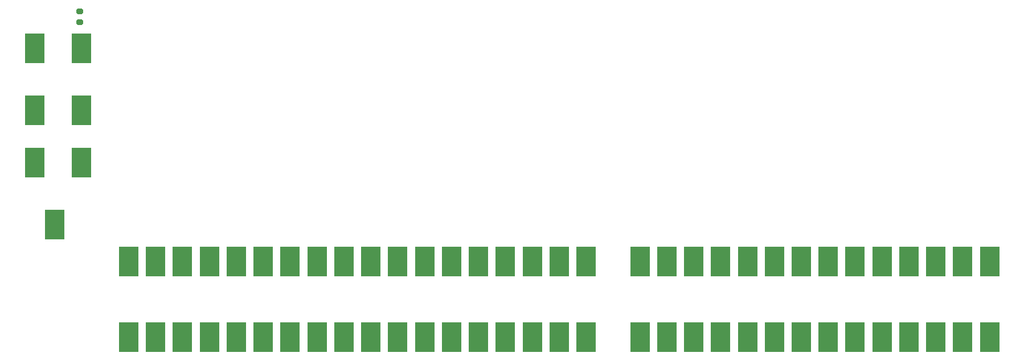
<source format=gtp>
%TF.GenerationSoftware,KiCad,Pcbnew,7.0.8*%
%TF.CreationDate,2024-09-16T14:36:25-04:00*%
%TF.ProjectId,breakout_pcie,62726561-6b6f-4757-945f-706369652e6b,rev?*%
%TF.SameCoordinates,Original*%
%TF.FileFunction,Paste,Top*%
%TF.FilePolarity,Positive*%
%FSLAX46Y46*%
G04 Gerber Fmt 4.6, Leading zero omitted, Abs format (unit mm)*
G04 Created by KiCad (PCBNEW 7.0.8) date 2024-09-16 14:36:25*
%MOMM*%
%LPD*%
G01*
G04 APERTURE LIST*
G04 Aperture macros list*
%AMRoundRect*
0 Rectangle with rounded corners*
0 $1 Rounding radius*
0 $2 $3 $4 $5 $6 $7 $8 $9 X,Y pos of 4 corners*
0 Add a 4 corners polygon primitive as box body*
4,1,4,$2,$3,$4,$5,$6,$7,$8,$9,$2,$3,0*
0 Add four circle primitives for the rounded corners*
1,1,$1+$1,$2,$3*
1,1,$1+$1,$4,$5*
1,1,$1+$1,$6,$7*
1,1,$1+$1,$8,$9*
0 Add four rect primitives between the rounded corners*
20,1,$1+$1,$2,$3,$4,$5,0*
20,1,$1+$1,$4,$5,$6,$7,0*
20,1,$1+$1,$6,$7,$8,$9,0*
20,1,$1+$1,$8,$9,$2,$3,0*%
G04 Aperture macros list end*
%ADD10R,3.000000X4.500000*%
%ADD11RoundRect,0.200000X0.275000X-0.200000X0.275000X0.200000X-0.275000X0.200000X-0.275000X-0.200000X0*%
G04 APERTURE END LIST*
D10*
%TO.C,TP25*%
X111000000Y-101819975D03*
%TD*%
%TO.C,TP10*%
X123000000Y-90500000D03*
%TD*%
%TO.C,TP17*%
X151000000Y-90519975D03*
%TD*%
%TO.C,TP2*%
X91000000Y-90519975D03*
%TD*%
%TO.C,TP32*%
X139000000Y-101819975D03*
%TD*%
%TO.C,TP64*%
X215000000Y-101819975D03*
%TD*%
%TO.C,TP1*%
X87000000Y-90519975D03*
%TD*%
%TO.C,TP40*%
X175000000Y-90519975D03*
%TD*%
%TO.C,TP55*%
X179000000Y-101819975D03*
%TD*%
%TO.C,TP50*%
X215000000Y-90519975D03*
%TD*%
%TO.C,TP19*%
X87000000Y-101800000D03*
%TD*%
%TO.C,TP65*%
X76000000Y-85000000D03*
%TD*%
%TO.C,TP9*%
X119000000Y-90500000D03*
%TD*%
%TO.C,TP33*%
X143000000Y-101819975D03*
%TD*%
%TO.C,TP18*%
X155000000Y-90519975D03*
%TD*%
%TO.C,TP15*%
X143000000Y-90519975D03*
%TD*%
%TO.C,TP27*%
X119000000Y-101819975D03*
%TD*%
%TO.C,TP36*%
X155000000Y-101819975D03*
%TD*%
%TO.C,TP28*%
X123000000Y-101819975D03*
%TD*%
%TO.C,TP12*%
X131000000Y-90519975D03*
%TD*%
%TO.C,TP16*%
X147000000Y-90519975D03*
%TD*%
%TO.C,TP62*%
X207000000Y-101819975D03*
%TD*%
%TO.C,TP23*%
X103000000Y-101819975D03*
%TD*%
%TO.C,TP66*%
X80000000Y-58800000D03*
%TD*%
%TO.C,TP11*%
X127000000Y-90500000D03*
%TD*%
%TO.C,TP29*%
X127000000Y-101819975D03*
%TD*%
%TO.C,TP22*%
X99000000Y-101800000D03*
%TD*%
%TO.C,TP58*%
X191000000Y-101819975D03*
%TD*%
%TO.C,TP49*%
X211000000Y-90519975D03*
%TD*%
%TO.C,TP14*%
X139000000Y-90519975D03*
%TD*%
%TO.C,TP20*%
X91000000Y-101800000D03*
%TD*%
%TO.C,TP47*%
X203000000Y-90519975D03*
%TD*%
%TO.C,TP35*%
X151000000Y-101819975D03*
%TD*%
%TO.C,TP52*%
X167000000Y-101819975D03*
%TD*%
%TO.C,TP31*%
X135000000Y-101819975D03*
%TD*%
%TO.C,TP53*%
X171000000Y-101819975D03*
%TD*%
%TO.C,TP56*%
X183000000Y-101819975D03*
%TD*%
%TO.C,TP46*%
X199000000Y-90519975D03*
%TD*%
D11*
%TO.C,R1*%
X79745000Y-54925000D03*
X79745000Y-53275000D03*
%TD*%
D10*
%TO.C,TP71*%
X73000000Y-75800000D03*
%TD*%
%TO.C,TP72*%
X80000000Y-75800000D03*
%TD*%
%TO.C,TP61*%
X203000000Y-101819975D03*
%TD*%
%TO.C,TP60*%
X199000000Y-101819975D03*
%TD*%
%TO.C,TP41*%
X179000000Y-90519975D03*
%TD*%
%TO.C,TP3*%
X95000000Y-90519975D03*
%TD*%
%TO.C,TP51*%
X163000000Y-101819975D03*
%TD*%
%TO.C,TP48*%
X207000000Y-90519975D03*
%TD*%
%TO.C,TP67*%
X73000000Y-58800000D03*
%TD*%
%TO.C,TP13*%
X135000000Y-90519975D03*
%TD*%
%TO.C,TP59*%
X195000000Y-101819975D03*
%TD*%
%TO.C,TP45*%
X195000000Y-90519975D03*
%TD*%
%TO.C,TP5*%
X103000000Y-90519975D03*
%TD*%
%TO.C,TP42*%
X183000000Y-90519975D03*
%TD*%
%TO.C,TP34*%
X147000000Y-101819975D03*
%TD*%
%TO.C,TP8*%
X115000000Y-90500000D03*
%TD*%
%TO.C,TP7*%
X111000000Y-90500000D03*
%TD*%
%TO.C,TP69*%
X73000000Y-68000000D03*
%TD*%
%TO.C,TP30*%
X131000000Y-101819975D03*
%TD*%
%TO.C,TP57*%
X187000000Y-101819975D03*
%TD*%
%TO.C,TP24*%
X107000000Y-101819975D03*
%TD*%
%TO.C,TP44*%
X191000000Y-90519975D03*
%TD*%
%TO.C,TP4*%
X99000000Y-90519975D03*
%TD*%
%TO.C,TP68*%
X80000000Y-68000000D03*
%TD*%
%TO.C,TP63*%
X211000000Y-101819975D03*
%TD*%
%TO.C,TP38*%
X167000000Y-90519975D03*
%TD*%
%TO.C,TP26*%
X115000000Y-101819975D03*
%TD*%
%TO.C,TP6*%
X107000000Y-90500000D03*
%TD*%
%TO.C,TP54*%
X175000000Y-101819975D03*
%TD*%
%TO.C,TP37*%
X163000000Y-90519975D03*
%TD*%
%TO.C,TP39*%
X171000000Y-90519975D03*
%TD*%
%TO.C,TP21*%
X95000000Y-101800000D03*
%TD*%
%TO.C,TP43*%
X187000000Y-90519975D03*
%TD*%
M02*

</source>
